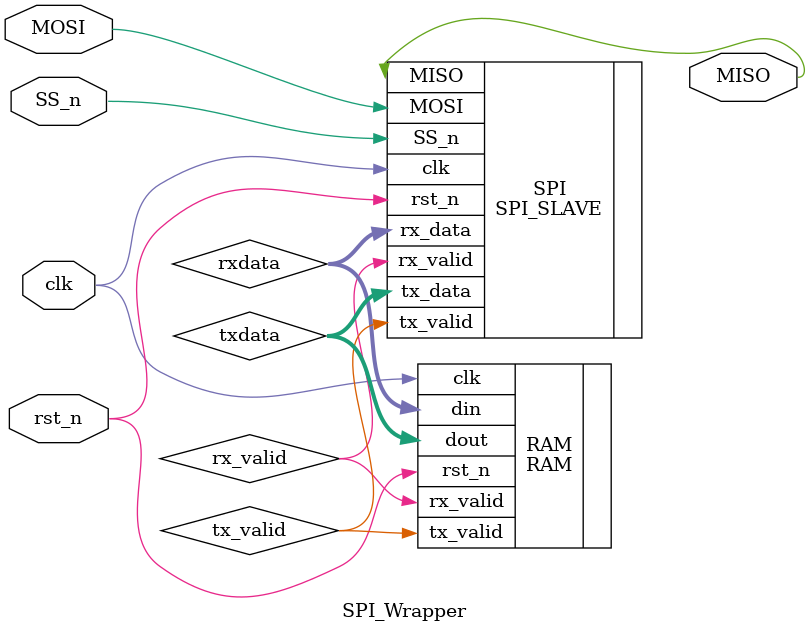
<source format=v>
module SPI_Wrapper(
    input clk,
    input rst_n,
    input SS_n,
    input MOSI,
    output MISO

/************* if need to display it remove comments & take care about (,) (;)*****************/
    //output [2:0] spi_current_state, 
    //output [2:0] spi_next_state,     
    //output [3:0] spi_Counter,
    //output [3:0] spi_Counter_tm,  
    //output spi_Have_Addrress,
    //output [9:0] ram_din,
    //output [7:0] ram_dout,
    //output [7:0] ram_ADD_REG,
    //output ram_tx_valid,
    //output ram_rx_valid
);

    //parameter 
    parameter MEM_DEPTH=256;
    parameter ADDR_SIZE=8;

    wire [9:0] rxdata;
    wire rx_valid;
    wire [7:0] txdata;
    wire tx_valid;

    RAM #(MEM_DEPTH, ADDR_SIZE) RAM(
        .din(rxdata),
        .dout(txdata),
        .rx_valid(rx_valid),
        .tx_valid(tx_valid),
        .clk(clk),
        .rst_n(rst_n)

        ////signal need to display on tb
        //.ADD_REG(ram_ADD_REG) // Expose ADD_REG
    );

    SPI_SLAVE SPI(
        .MOSI(MOSI),
        .MISO(MISO),
        .SS_n(SS_n),
        .clk(clk),
        .rst_n(rst_n),
        .rx_data(rxdata),
        .rx_valid(rx_valid),
        .tx_data(txdata),
        .tx_valid(tx_valid)

        ////some signals need to display on tb
        //.current_state(spi_current_state), // Expose current_state
        //.next_state(spi_next_state), // Expose current_state
        //.Counter(spi_Counter), // Expose Counter
        //.Counter_tm(spi_Counter_tm), // Expose Counter
        //.Have_Addrress(spi_Have_Addrress) // Expose Have_Addrress
    );

    //assign ram_din = rxdata;
    //assign ram_dout = txdata; // Expose RAM dout
    //assign ram_tx_valid = tx_valid; // Expose RAM tx_valid
    //assign ram_rx_valid = rx_valid; 

endmodule

</source>
